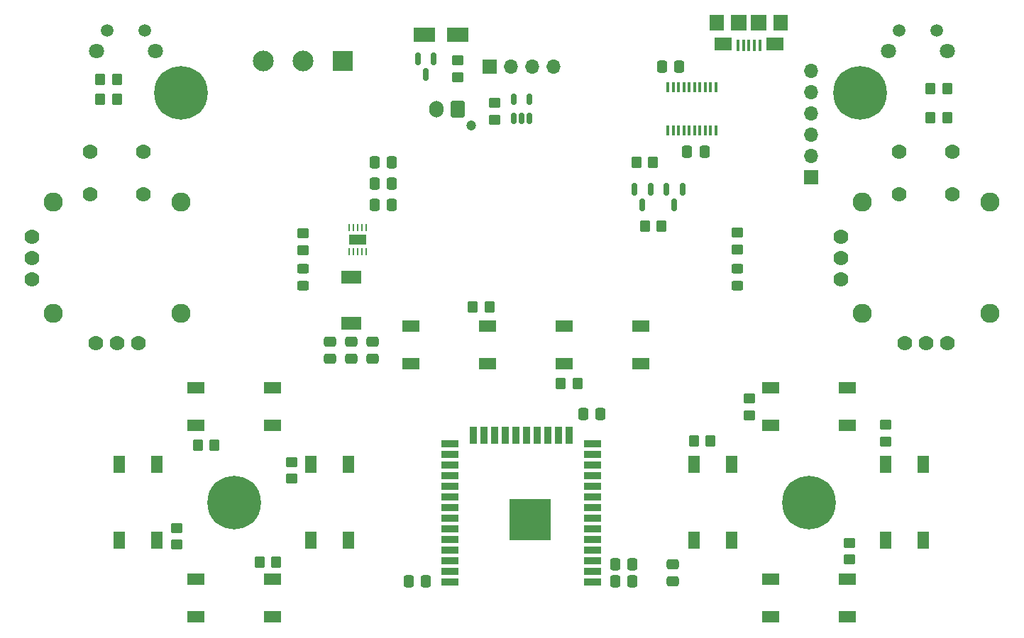
<source format=gbr>
%TF.GenerationSoftware,KiCad,Pcbnew,6.0.4-6f826c9f35~116~ubuntu18.04.1*%
%TF.CreationDate,2022-06-21T09:58:33-04:00*%
%TF.ProjectId,Makers-Unified-Controller,4d616b65-7273-42d5-956e-69666965642d,rev?*%
%TF.SameCoordinates,Original*%
%TF.FileFunction,Soldermask,Top*%
%TF.FilePolarity,Negative*%
%FSLAX46Y46*%
G04 Gerber Fmt 4.6, Leading zero omitted, Abs format (unit mm)*
G04 Created by KiCad (PCBNEW 6.0.4-6f826c9f35~116~ubuntu18.04.1) date 2022-06-21 09:58:33*
%MOMM*%
%LPD*%
G01*
G04 APERTURE LIST*
G04 Aperture macros list*
%AMRoundRect*
0 Rectangle with rounded corners*
0 $1 Rounding radius*
0 $2 $3 $4 $5 $6 $7 $8 $9 X,Y pos of 4 corners*
0 Add a 4 corners polygon primitive as box body*
4,1,4,$2,$3,$4,$5,$6,$7,$8,$9,$2,$3,0*
0 Add four circle primitives for the rounded corners*
1,1,$1+$1,$2,$3*
1,1,$1+$1,$4,$5*
1,1,$1+$1,$6,$7*
1,1,$1+$1,$8,$9*
0 Add four rect primitives between the rounded corners*
20,1,$1+$1,$2,$3,$4,$5,0*
20,1,$1+$1,$4,$5,$6,$7,0*
20,1,$1+$1,$6,$7,$8,$9,0*
20,1,$1+$1,$8,$9,$2,$3,0*%
G04 Aperture macros list end*
%ADD10C,1.778000*%
%ADD11C,2.286000*%
%ADD12RoundRect,0.250000X-0.337500X-0.475000X0.337500X-0.475000X0.337500X0.475000X-0.337500X0.475000X0*%
%ADD13RoundRect,0.250000X-0.475000X0.337500X-0.475000X-0.337500X0.475000X-0.337500X0.475000X0.337500X0*%
%ADD14RoundRect,0.249999X0.450001X-0.325001X0.450001X0.325001X-0.450001X0.325001X-0.450001X-0.325001X0*%
%ADD15C,0.800000*%
%ADD16C,6.400000*%
%ADD17R,0.400000X1.350000*%
%ADD18R,2.100000X1.600000*%
%ADD19R,1.900000X1.900000*%
%ADD20R,1.800000X1.900000*%
%ADD21R,1.700000X1.700000*%
%ADD22O,1.700000X1.700000*%
%ADD23RoundRect,0.249999X0.350001X0.450001X-0.350001X0.450001X-0.350001X-0.450001X0.350001X-0.450001X0*%
%ADD24RoundRect,0.249999X-0.350001X-0.450001X0.350001X-0.450001X0.350001X0.450001X-0.350001X0.450001X0*%
%ADD25RoundRect,0.249999X-0.450001X0.350001X-0.450001X-0.350001X0.450001X-0.350001X0.450001X0.350001X0*%
%ADD26RoundRect,0.249999X0.450001X-0.350001X0.450001X0.350001X-0.450001X0.350001X-0.450001X-0.350001X0*%
%ADD27R,2.100000X1.400000*%
%ADD28C,1.498600*%
%ADD29C,1.803400*%
%ADD30R,1.400000X2.100000*%
%ADD31R,2.000000X0.900000*%
%ADD32R,0.900000X2.000000*%
%ADD33R,5.000000X5.000000*%
%ADD34RoundRect,0.250000X0.337500X0.475000X-0.337500X0.475000X-0.337500X-0.475000X0.337500X-0.475000X0*%
%ADD35R,2.500000X1.800000*%
%ADD36RoundRect,0.150000X-0.150000X0.587500X-0.150000X-0.587500X0.150000X-0.587500X0.150000X0.587500X0*%
%ADD37RoundRect,0.150000X0.150000X-0.512500X0.150000X0.512500X-0.150000X0.512500X-0.150000X-0.512500X0*%
%ADD38RoundRect,0.250000X-0.350000X-0.450000X0.350000X-0.450000X0.350000X0.450000X-0.350000X0.450000X0*%
%ADD39RoundRect,0.250000X-0.450000X0.350000X-0.450000X-0.350000X0.450000X-0.350000X0.450000X0.350000X0*%
%ADD40R,2.475000X2.475000*%
%ADD41C,2.475000*%
%ADD42R,2.400000X1.500000*%
%ADD43R,0.400000X1.200000*%
%ADD44RoundRect,0.062500X-0.062500X0.375000X-0.062500X-0.375000X0.062500X-0.375000X0.062500X0.375000X0*%
%ADD45R,2.000000X1.200000*%
%ADD46RoundRect,0.250000X0.350000X0.450000X-0.350000X0.450000X-0.350000X-0.450000X0.350000X-0.450000X0*%
%ADD47C,1.200000*%
%ADD48RoundRect,0.250000X0.600000X0.750000X-0.600000X0.750000X-0.600000X-0.750000X0.600000X-0.750000X0*%
%ADD49O,1.700000X2.000000*%
G04 APERTURE END LIST*
D10*
%TO.C,U4*%
X199390000Y-85090000D03*
X199390000Y-82550000D03*
X199390000Y-80010000D03*
D11*
X217170000Y-75882500D03*
X217170000Y-89217500D03*
X201930000Y-89217500D03*
X201930000Y-75882500D03*
D10*
X212090000Y-92710000D03*
X209550000Y-92710000D03*
X207010000Y-92710000D03*
X212725000Y-74930000D03*
X206375000Y-74930000D03*
X212725000Y-69850000D03*
X206375000Y-69850000D03*
%TD*%
%TO.C,U1*%
X102870000Y-85090000D03*
X102870000Y-82550000D03*
X102870000Y-80010000D03*
D11*
X120650000Y-75882500D03*
X120650000Y-89217500D03*
X105410000Y-89217500D03*
X105410000Y-75882500D03*
D10*
X115570000Y-92710000D03*
X113030000Y-92710000D03*
X110490000Y-92710000D03*
X116205000Y-74930000D03*
X109855000Y-74930000D03*
X116205000Y-69850000D03*
X109855000Y-69850000D03*
%TD*%
D12*
%TO.C,C6*%
X172466000Y-121158000D03*
X174541000Y-121158000D03*
%TD*%
D13*
%TO.C,C7*%
X179324000Y-119126000D03*
X179324000Y-121201000D03*
%TD*%
D12*
%TO.C,C8*%
X172466000Y-119126000D03*
X174541000Y-119126000D03*
%TD*%
D14*
%TO.C,D2*%
X135255000Y-85870000D03*
X135255000Y-83820000D03*
%TD*%
%TO.C,D3*%
X187071000Y-85870000D03*
X187071000Y-83820000D03*
%TD*%
D15*
%TO.C,H1*%
X128697056Y-113457056D03*
X125302944Y-110062944D03*
X128697056Y-110062944D03*
X127000000Y-114160000D03*
X127000000Y-109360000D03*
X124600000Y-111760000D03*
X125302944Y-113457056D03*
D16*
X127000000Y-111760000D03*
D15*
X129400000Y-111760000D03*
%TD*%
%TO.C,H2*%
X203419112Y-64562056D03*
X200025000Y-61167944D03*
X203419112Y-61167944D03*
X201722056Y-65265000D03*
D16*
X201722056Y-62865000D03*
D15*
X204122056Y-62865000D03*
X199322056Y-62865000D03*
X201722056Y-60465000D03*
X200025000Y-64562056D03*
%TD*%
%TO.C,H3*%
X118952944Y-61167944D03*
X122347056Y-64562056D03*
X122347056Y-61167944D03*
D16*
X120650000Y-62865000D03*
D15*
X123050000Y-62865000D03*
X118250000Y-62865000D03*
X118952944Y-64562056D03*
X120650000Y-65265000D03*
X120650000Y-60465000D03*
%TD*%
D16*
%TO.C,H4*%
X195580000Y-111760000D03*
D15*
X197277056Y-110062944D03*
X197277056Y-113457056D03*
X195580000Y-114160000D03*
X193882944Y-110062944D03*
X193180000Y-111760000D03*
X193882944Y-113457056D03*
X195580000Y-109360000D03*
X197980000Y-111760000D03*
%TD*%
D17*
%TO.C,J1*%
X189711000Y-57158000D03*
X189061000Y-57158000D03*
X188411000Y-57158000D03*
X187761000Y-57158000D03*
X187111000Y-57158000D03*
D18*
X185311000Y-57033000D03*
D19*
X187211000Y-54483000D03*
X189611000Y-54483000D03*
D20*
X192211000Y-54483000D03*
X184611000Y-54483000D03*
D18*
X191511000Y-57033000D03*
%TD*%
D21*
%TO.C,J2*%
X195834000Y-72898000D03*
D22*
X195834000Y-70358000D03*
X195834000Y-67818000D03*
X195834000Y-65278000D03*
X195834000Y-62738000D03*
X195834000Y-60198000D03*
%TD*%
D23*
%TO.C,R2*%
X113030000Y-63627000D03*
X111030000Y-63627000D03*
%TD*%
D24*
%TO.C,R5*%
X210090000Y-65786000D03*
X212090000Y-65786000D03*
%TD*%
D23*
%TO.C,R8*%
X167989000Y-97536000D03*
X165989000Y-97536000D03*
%TD*%
D24*
%TO.C,R9*%
X210090000Y-62357000D03*
X212090000Y-62357000D03*
%TD*%
%TO.C,R10*%
X155480000Y-88392000D03*
X157480000Y-88392000D03*
%TD*%
D23*
%TO.C,R11*%
X113014000Y-61214000D03*
X111014000Y-61214000D03*
%TD*%
D24*
%TO.C,R12*%
X122682000Y-104902000D03*
X124682000Y-104902000D03*
%TD*%
D25*
%TO.C,R13*%
X133858000Y-106934000D03*
X133858000Y-108934000D03*
%TD*%
D26*
%TO.C,R15*%
X120142000Y-116808000D03*
X120142000Y-114808000D03*
%TD*%
%TO.C,R17*%
X204724000Y-104489000D03*
X204724000Y-102489000D03*
%TD*%
%TO.C,R18*%
X200406000Y-118586000D03*
X200406000Y-116586000D03*
%TD*%
D25*
%TO.C,R19*%
X135255000Y-79645000D03*
X135255000Y-81645000D03*
%TD*%
D24*
%TO.C,R20*%
X181864000Y-104394000D03*
X183864000Y-104394000D03*
%TD*%
D25*
%TO.C,R21*%
X187071000Y-79518000D03*
X187071000Y-81518000D03*
%TD*%
D27*
%TO.C,SW2*%
X166392000Y-90714000D03*
X175492000Y-90714000D03*
X166392000Y-95214000D03*
X175492000Y-95214000D03*
%TD*%
%TO.C,SW3*%
X157204000Y-95214000D03*
X148104000Y-95214000D03*
X157204000Y-90714000D03*
X148104000Y-90714000D03*
%TD*%
D28*
%TO.C,SW4*%
X210820000Y-55372000D03*
X206319999Y-55372000D03*
D29*
X212075000Y-57862299D03*
X205064999Y-57862299D03*
%TD*%
D28*
%TO.C,SW5*%
X116332000Y-55372000D03*
X111831999Y-55372000D03*
D29*
X117587000Y-57862299D03*
X110576999Y-57862299D03*
%TD*%
D27*
%TO.C,SW6*%
X122450000Y-98080000D03*
X131550000Y-98080000D03*
X122450000Y-102580000D03*
X131550000Y-102580000D03*
%TD*%
D30*
%TO.C,SW7*%
X140680000Y-107210000D03*
X140680000Y-116310000D03*
X136180000Y-107210000D03*
X136180000Y-116310000D03*
%TD*%
D27*
%TO.C,SW8*%
X131550000Y-125440000D03*
X122450000Y-125440000D03*
X131550000Y-120940000D03*
X122450000Y-120940000D03*
%TD*%
D30*
%TO.C,SW9*%
X113320000Y-116310000D03*
X113320000Y-107210000D03*
X117820000Y-116310000D03*
X117820000Y-107210000D03*
%TD*%
D27*
%TO.C,SW10*%
X191030000Y-98080000D03*
X200130000Y-98080000D03*
X191030000Y-102580000D03*
X200130000Y-102580000D03*
%TD*%
D30*
%TO.C,SW11*%
X209260000Y-107210000D03*
X209260000Y-116310000D03*
X204760000Y-107210000D03*
X204760000Y-116310000D03*
%TD*%
D27*
%TO.C,SW12*%
X200130000Y-125440000D03*
X191030000Y-125440000D03*
X200130000Y-120940000D03*
X191030000Y-120940000D03*
%TD*%
D30*
%TO.C,SW13*%
X186400000Y-107210000D03*
X186400000Y-116310000D03*
X181900000Y-107210000D03*
X181900000Y-116310000D03*
%TD*%
D31*
%TO.C,U5*%
X169790000Y-121285000D03*
X169790000Y-120015000D03*
X169790000Y-118745000D03*
X169790000Y-117475000D03*
X169790000Y-116205000D03*
X169790000Y-114935000D03*
X169790000Y-113665000D03*
X169790000Y-112395000D03*
X169790000Y-111125000D03*
X169790000Y-109855000D03*
X169790000Y-108585000D03*
X169790000Y-107315000D03*
X169790000Y-106045000D03*
X169790000Y-104775000D03*
D32*
X167005000Y-103775000D03*
X165735000Y-103775000D03*
X164465000Y-103775000D03*
X163195000Y-103775000D03*
X161925000Y-103775000D03*
X160655000Y-103775000D03*
X159385000Y-103775000D03*
X158115000Y-103775000D03*
X156845000Y-103775000D03*
X155575000Y-103775000D03*
D31*
X152790000Y-104775000D03*
X152790000Y-106045000D03*
X152790000Y-107315000D03*
X152790000Y-108585000D03*
X152790000Y-109855000D03*
X152790000Y-111125000D03*
X152790000Y-112395000D03*
X152790000Y-113665000D03*
X152790000Y-114935000D03*
X152790000Y-116205000D03*
X152790000Y-117475000D03*
X152790000Y-118745000D03*
X152790000Y-120015000D03*
X152790000Y-121285000D03*
D33*
X162290000Y-113785000D03*
%TD*%
D23*
%TO.C,R14*%
X132048000Y-118872000D03*
X130048000Y-118872000D03*
%TD*%
D21*
%TO.C,A1*%
X157480000Y-59690000D03*
D22*
X160020000Y-59690000D03*
X162560000Y-59690000D03*
X165100000Y-59690000D03*
%TD*%
D26*
%TO.C,R16*%
X188468000Y-101330000D03*
X188468000Y-99330000D03*
%TD*%
D12*
%TO.C,C10*%
X147806500Y-121158000D03*
X149881500Y-121158000D03*
%TD*%
D34*
%TO.C,C11*%
X170709500Y-101219000D03*
X168634500Y-101219000D03*
%TD*%
D13*
%TO.C,C13*%
X143510000Y-92540000D03*
X143510000Y-94615000D03*
%TD*%
D35*
%TO.C,D1*%
X149670000Y-55880000D03*
X153670000Y-55880000D03*
%TD*%
D36*
%TO.C,Q2*%
X176675000Y-74325000D03*
X174775000Y-74325000D03*
X175725000Y-76200000D03*
%TD*%
D37*
%TO.C,U3*%
X160340000Y-65907500D03*
X161290000Y-65907500D03*
X162240000Y-65907500D03*
X162240000Y-63632500D03*
X160340000Y-63632500D03*
%TD*%
D12*
%TO.C,C1*%
X181037500Y-69850000D03*
X183112500Y-69850000D03*
%TD*%
%TO.C,C4*%
X143742500Y-76200000D03*
X145817500Y-76200000D03*
%TD*%
D13*
%TO.C,C12*%
X140970000Y-92540000D03*
X140970000Y-94615000D03*
%TD*%
%TO.C,C5*%
X138430000Y-92540000D03*
X138430000Y-94615000D03*
%TD*%
D38*
%TO.C,R4*%
X174995000Y-71120000D03*
X176995000Y-71120000D03*
%TD*%
D39*
%TO.C,R6*%
X153670000Y-58960000D03*
X153670000Y-60960000D03*
%TD*%
D40*
%TO.C,SW1*%
X140005000Y-59055000D03*
D41*
X135255000Y-59055000D03*
X130505000Y-59055000D03*
%TD*%
D42*
%TO.C,L1*%
X140970000Y-84880000D03*
X140970000Y-90380000D03*
%TD*%
D36*
%TO.C,Q3*%
X180485000Y-74325000D03*
X178585000Y-74325000D03*
X179535000Y-76200000D03*
%TD*%
D43*
%TO.C,U2*%
X178752500Y-67370000D03*
X179387500Y-67370000D03*
X180022500Y-67370000D03*
X180657500Y-67370000D03*
X181292500Y-67370000D03*
X181927500Y-67370000D03*
X182562500Y-67370000D03*
X183197500Y-67370000D03*
X183832500Y-67370000D03*
X184467500Y-67370000D03*
X184467500Y-62170000D03*
X183832500Y-62170000D03*
X183197500Y-62170000D03*
X182562500Y-62170000D03*
X181927500Y-62170000D03*
X181292500Y-62170000D03*
X180657500Y-62170000D03*
X180022500Y-62170000D03*
X179387500Y-62170000D03*
X178752500Y-62170000D03*
%TD*%
D44*
%TO.C,U6*%
X142740000Y-78973750D03*
X142240000Y-78973750D03*
X141740000Y-78973750D03*
X141240000Y-78973750D03*
X140740000Y-78973750D03*
X140740000Y-81848750D03*
X141240000Y-81848750D03*
X141740000Y-81848750D03*
X142240000Y-81848750D03*
X142740000Y-81848750D03*
D45*
X141740000Y-80411250D03*
%TD*%
D12*
%TO.C,C2*%
X143742500Y-71120000D03*
X145817500Y-71120000D03*
%TD*%
%TO.C,C3*%
X143742500Y-73660000D03*
X145817500Y-73660000D03*
%TD*%
D36*
%TO.C,Q1*%
X150810000Y-58752500D03*
X148910000Y-58752500D03*
X149860000Y-60627500D03*
%TD*%
D46*
%TO.C,R3*%
X177995000Y-78740000D03*
X175995000Y-78740000D03*
%TD*%
D34*
%TO.C,C9*%
X180107500Y-59690000D03*
X178032500Y-59690000D03*
%TD*%
D39*
%TO.C,R1*%
X158115000Y-64040000D03*
X158115000Y-66040000D03*
%TD*%
D47*
%TO.C,J3*%
X155270000Y-66770000D03*
D48*
X153670000Y-64770000D03*
D49*
X151170000Y-64770000D03*
%TD*%
M02*

</source>
